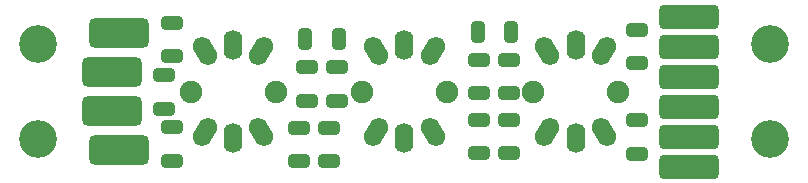
<source format=gbr>
%TF.GenerationSoftware,KiCad,Pcbnew,8.0.5*%
%TF.CreationDate,2024-10-25T13:02:38+02:00*%
%TF.ProjectId,ALIKEY03a,414c494b-4559-4303-9361-2e6b69636164,00*%
%TF.SameCoordinates,Original*%
%TF.FileFunction,Soldermask,Bot*%
%TF.FilePolarity,Negative*%
%FSLAX46Y46*%
G04 Gerber Fmt 4.6, Leading zero omitted, Abs format (unit mm)*
G04 Created by KiCad (PCBNEW 8.0.5) date 2024-10-25 13:02:38*
%MOMM*%
%LPD*%
G01*
G04 APERTURE LIST*
G04 Aperture macros list*
%AMRoundRect*
0 Rectangle with rounded corners*
0 $1 Rounding radius*
0 $2 $3 $4 $5 $6 $7 $8 $9 X,Y pos of 4 corners*
0 Add a 4 corners polygon primitive as box body*
4,1,4,$2,$3,$4,$5,$6,$7,$8,$9,$2,$3,0*
0 Add four circle primitives for the rounded corners*
1,1,$1+$1,$2,$3*
1,1,$1+$1,$4,$5*
1,1,$1+$1,$6,$7*
1,1,$1+$1,$8,$9*
0 Add four rect primitives between the rounded corners*
20,1,$1+$1,$2,$3,$4,$5,0*
20,1,$1+$1,$4,$5,$6,$7,0*
20,1,$1+$1,$6,$7,$8,$9,0*
20,1,$1+$1,$8,$9,$2,$3,0*%
%AMHorizOval*
0 Thick line with rounded ends*
0 $1 width*
0 $2 $3 position (X,Y) of the first rounded end (center of the circle)*
0 $4 $5 position (X,Y) of the second rounded end (center of the circle)*
0 Add line between two ends*
20,1,$1,$2,$3,$4,$5,0*
0 Add two circle primitives to create the rounded ends*
1,1,$1,$2,$3*
1,1,$1,$4,$5*%
G04 Aperture macros list end*
%ADD10HorizOval,1.587500X0.238125X0.412445X-0.238125X-0.412445X0*%
%ADD11HorizOval,1.587500X-0.238125X0.412445X0.238125X-0.412445X0*%
%ADD12C,1.905000*%
%ADD13O,1.587500X2.540000*%
%ADD14C,3.200000*%
%ADD15RoundRect,0.287500X0.612500X-0.287500X0.612500X0.287500X-0.612500X0.287500X-0.612500X-0.287500X0*%
%ADD16RoundRect,0.287500X-0.612500X0.287500X-0.612500X-0.287500X0.612500X-0.287500X0.612500X0.287500X0*%
%ADD17RoundRect,0.500000X-2.040000X0.770000X-2.040000X-0.770000X2.040000X-0.770000X2.040000X0.770000X0*%
%ADD18RoundRect,0.400000X2.140000X-0.616000X2.140000X0.616000X-2.140000X0.616000X-2.140000X-0.616000X0*%
%ADD19RoundRect,0.500000X2.040000X-0.770000X2.040000X0.770000X-2.040000X0.770000X-2.040000X-0.770000X0*%
%ADD20RoundRect,0.287500X0.287500X0.612500X-0.287500X0.612500X-0.287500X-0.612500X0.287500X-0.612500X0*%
%ADD21RoundRect,0.400000X-2.140000X0.616000X-2.140000X-0.616000X2.140000X-0.616000X2.140000X0.616000X0*%
G04 APERTURE END LIST*
D10*
%TO.C,K1*%
X92398550Y-64816837D03*
D11*
X92398550Y-71716763D03*
X87581050Y-64816837D03*
D10*
X87581050Y-71716763D03*
D12*
X86389800Y-68266800D03*
X93589800Y-68266800D03*
D13*
X89989800Y-64349300D03*
X89989800Y-72184300D03*
%TD*%
D14*
%TO.C,REF\u002A\u002A*%
X135489800Y-64266800D03*
%TD*%
D10*
%TO.C,K2*%
X106898550Y-64816837D03*
D11*
X106898550Y-71716763D03*
X102081050Y-64816837D03*
D10*
X102081050Y-71716763D03*
D12*
X100889800Y-68266800D03*
X108089800Y-68266800D03*
D13*
X104489800Y-64349300D03*
X104489800Y-72184300D03*
%TD*%
D14*
%TO.C,REF\u002A\u002A*%
X73489800Y-64266800D03*
%TD*%
%TO.C,REF\u002A\u002A*%
X73489800Y-72266800D03*
%TD*%
D10*
%TO.C,K3*%
X121398550Y-64816837D03*
D11*
X121398550Y-71716763D03*
X116581050Y-64816837D03*
D10*
X116581050Y-71716763D03*
D12*
X115389800Y-68266800D03*
X122589800Y-68266800D03*
D13*
X118989800Y-64349300D03*
X118989800Y-72184300D03*
%TD*%
D14*
%TO.C,REF\u002A\u002A*%
X135489800Y-72266800D03*
%TD*%
D15*
%TO.C,R4*%
X95599800Y-74161800D03*
X95599800Y-71311800D03*
%TD*%
D16*
%TO.C,R14*%
X113379800Y-65546800D03*
X113379800Y-68396800D03*
%TD*%
D15*
%TO.C,R12*%
X124174800Y-73526800D03*
X124174800Y-70676800D03*
%TD*%
D17*
%TO.C,P1*%
X80359800Y-63313800D03*
%TD*%
D18*
%TO.C,D3-1*%
X128619800Y-64456800D03*
%TD*%
%TO.C,D3-2*%
X128619800Y-61916800D03*
%TD*%
D19*
%TO.C,P2*%
X79724800Y-66615800D03*
%TD*%
D16*
%TO.C,R10*%
X96234800Y-66181800D03*
X96234800Y-69031800D03*
%TD*%
D20*
%TO.C,R2*%
X98954800Y-63821800D03*
X96104800Y-63821800D03*
%TD*%
D15*
%TO.C,R7*%
X84169800Y-69716800D03*
X84169800Y-66866800D03*
%TD*%
D16*
%TO.C,R6*%
X84804800Y-71261800D03*
X84804800Y-74111800D03*
%TD*%
%TO.C,R8*%
X110839800Y-70626800D03*
X110839800Y-73476800D03*
%TD*%
D15*
%TO.C,R5*%
X98139800Y-74161800D03*
X98139800Y-71311800D03*
%TD*%
D16*
%TO.C,R13*%
X124174800Y-63006800D03*
X124174800Y-65856800D03*
%TD*%
D20*
%TO.C,R3*%
X113559800Y-63186800D03*
X110709800Y-63186800D03*
%TD*%
D18*
%TO.C,D1-2*%
X128619800Y-72076800D03*
%TD*%
D16*
%TO.C,R11*%
X98774800Y-66181800D03*
X98774800Y-69031800D03*
%TD*%
D21*
%TO.C,D2-2*%
X128619800Y-66996800D03*
%TD*%
D15*
%TO.C,R1*%
X84804800Y-65271800D03*
X84804800Y-62421800D03*
%TD*%
D16*
%TO.C,R9*%
X113379800Y-70626800D03*
X113379800Y-73476800D03*
%TD*%
%TO.C,R15*%
X110839800Y-65546800D03*
X110839800Y-68396800D03*
%TD*%
D19*
%TO.C,P3*%
X79724800Y-69917800D03*
%TD*%
D18*
%TO.C,D1-1*%
X128619800Y-74616800D03*
%TD*%
D21*
%TO.C,D2-1*%
X128619800Y-69536800D03*
%TD*%
D19*
%TO.C,J0*%
X80359800Y-73219800D03*
%TD*%
M02*

</source>
